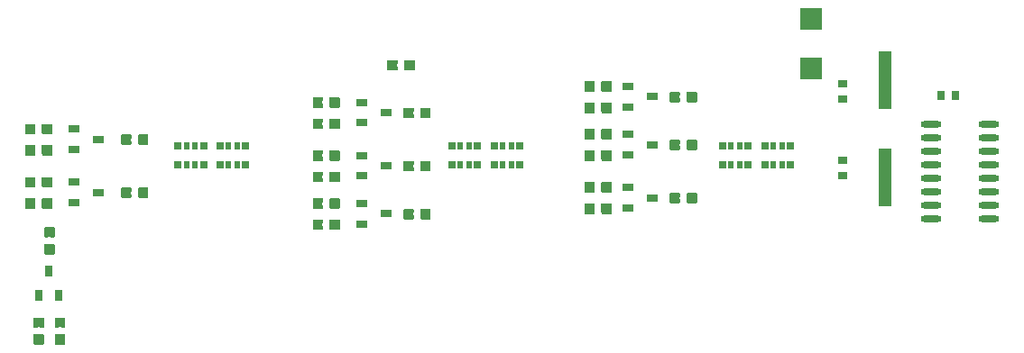
<source format=gbr>
%TF.GenerationSoftware,KiCad,Pcbnew,8.0.7-8.0.7-0~ubuntu24.04.1*%
%TF.CreationDate,2025-01-05T15:57:20-05:00*%
%TF.ProjectId,3xHDMI,33784844-4d49-42e6-9b69-6361645f7063,v1*%
%TF.SameCoordinates,Original*%
%TF.FileFunction,Paste,Bot*%
%TF.FilePolarity,Positive*%
%FSLAX46Y46*%
G04 Gerber Fmt 4.6, Leading zero omitted, Abs format (unit mm)*
G04 Created by KiCad (PCBNEW 8.0.7-8.0.7-0~ubuntu24.04.1) date 2025-01-05 15:57:20*
%MOMM*%
%LPD*%
G01*
G04 APERTURE LIST*
%ADD10C,0.120000*%
%ADD11R,0.806000X0.864000*%
%ADD12O,1.971000X0.602000*%
%ADD13R,1.000000X0.800000*%
%ADD14R,0.650000X0.800000*%
%ADD15R,0.500000X0.800000*%
%ADD16R,0.800000X0.900000*%
%ADD17R,0.800000X1.000000*%
%ADD18R,0.900000X0.800000*%
%ADD19R,0.864000X0.806000*%
%ADD20R,2.000000X2.000000*%
%ADD21R,1.300000X5.500000*%
G04 APERTURE END LIST*
D10*
%TO.C,R21*%
X34645000Y-15600000D02*
X34645000Y-15842000D01*
X34265000Y-15842000D01*
X34265000Y-16172000D01*
X34645000Y-16172000D01*
X34645000Y-16400000D01*
X34595000Y-16450000D01*
X33805000Y-16450000D01*
X33755000Y-16400000D01*
X33755000Y-15600000D01*
X33805000Y-15550000D01*
X34595000Y-15550000D01*
X34645000Y-15600000D01*
G36*
X34645000Y-15600000D02*
G01*
X34645000Y-15842000D01*
X34265000Y-15842000D01*
X34265000Y-16172000D01*
X34645000Y-16172000D01*
X34645000Y-16400000D01*
X34595000Y-16450000D01*
X33805000Y-16450000D01*
X33755000Y-16400000D01*
X33755000Y-15600000D01*
X33805000Y-15550000D01*
X34595000Y-15550000D01*
X34645000Y-15600000D01*
G37*
X36245000Y-15600000D02*
X36245000Y-16400000D01*
X36195000Y-16450000D01*
X35395000Y-16450000D01*
X35345000Y-16400000D01*
X35345000Y-16172000D01*
X35715000Y-16172000D01*
X35715000Y-15842000D01*
X35345000Y-15842000D01*
X35345000Y-15600000D01*
X35395000Y-15550000D01*
X36195000Y-15550000D01*
X36245000Y-15600000D01*
G36*
X36245000Y-15600000D02*
G01*
X36245000Y-16400000D01*
X36195000Y-16450000D01*
X35395000Y-16450000D01*
X35345000Y-16400000D01*
X35345000Y-16172000D01*
X35715000Y-16172000D01*
X35715000Y-15842000D01*
X35345000Y-15842000D01*
X35345000Y-15600000D01*
X35395000Y-15550000D01*
X36195000Y-15550000D01*
X36245000Y-15600000D01*
G37*
%TO.C,R23*%
X34645000Y-12600000D02*
X34645000Y-12842000D01*
X34265000Y-12842000D01*
X34265000Y-13172000D01*
X34645000Y-13172000D01*
X34645000Y-13400000D01*
X34595000Y-13450000D01*
X33805000Y-13450000D01*
X33755000Y-13400000D01*
X33755000Y-12600000D01*
X33805000Y-12550000D01*
X34595000Y-12550000D01*
X34645000Y-12600000D01*
G36*
X34645000Y-12600000D02*
G01*
X34645000Y-12842000D01*
X34265000Y-12842000D01*
X34265000Y-13172000D01*
X34645000Y-13172000D01*
X34645000Y-13400000D01*
X34595000Y-13450000D01*
X33805000Y-13450000D01*
X33755000Y-13400000D01*
X33755000Y-12600000D01*
X33805000Y-12550000D01*
X34595000Y-12550000D01*
X34645000Y-12600000D01*
G37*
X36245000Y-12600000D02*
X36245000Y-13400000D01*
X36195000Y-13450000D01*
X35395000Y-13450000D01*
X35345000Y-13400000D01*
X35345000Y-13172000D01*
X35715000Y-13172000D01*
X35715000Y-12842000D01*
X35345000Y-12842000D01*
X35345000Y-12600000D01*
X35395000Y-12550000D01*
X36195000Y-12550000D01*
X36245000Y-12600000D01*
G36*
X36245000Y-12600000D02*
G01*
X36245000Y-13400000D01*
X36195000Y-13450000D01*
X35395000Y-13450000D01*
X35345000Y-13400000D01*
X35345000Y-13172000D01*
X35715000Y-13172000D01*
X35715000Y-12842000D01*
X35345000Y-12842000D01*
X35345000Y-12600000D01*
X35395000Y-12550000D01*
X36195000Y-12550000D01*
X36245000Y-12600000D01*
G37*
%TO.C,R32*%
X7645000Y-13100000D02*
X7645000Y-13342000D01*
X7265000Y-13342000D01*
X7265000Y-13672000D01*
X7645000Y-13672000D01*
X7645000Y-13900000D01*
X7595000Y-13950000D01*
X6805000Y-13950000D01*
X6755000Y-13900000D01*
X6755000Y-13100000D01*
X6805000Y-13050000D01*
X7595000Y-13050000D01*
X7645000Y-13100000D01*
G36*
X7645000Y-13100000D02*
G01*
X7645000Y-13342000D01*
X7265000Y-13342000D01*
X7265000Y-13672000D01*
X7645000Y-13672000D01*
X7645000Y-13900000D01*
X7595000Y-13950000D01*
X6805000Y-13950000D01*
X6755000Y-13900000D01*
X6755000Y-13100000D01*
X6805000Y-13050000D01*
X7595000Y-13050000D01*
X7645000Y-13100000D01*
G37*
X9245000Y-13100000D02*
X9245000Y-13900000D01*
X9195000Y-13950000D01*
X8395000Y-13950000D01*
X8345000Y-13900000D01*
X8345000Y-13672000D01*
X8715000Y-13672000D01*
X8715000Y-13342000D01*
X8345000Y-13342000D01*
X8345000Y-13100000D01*
X8395000Y-13050000D01*
X9195000Y-13050000D01*
X9245000Y-13100000D01*
G36*
X9245000Y-13100000D02*
G01*
X9245000Y-13900000D01*
X9195000Y-13950000D01*
X8395000Y-13950000D01*
X8345000Y-13900000D01*
X8345000Y-13672000D01*
X8715000Y-13672000D01*
X8715000Y-13342000D01*
X8345000Y-13342000D01*
X8345000Y-13100000D01*
X8395000Y-13050000D01*
X9195000Y-13050000D01*
X9245000Y-13100000D01*
G37*
%TO.C,R12*%
X60145000Y-13600000D02*
X60145000Y-13842000D01*
X59765000Y-13842000D01*
X59765000Y-14172000D01*
X60145000Y-14172000D01*
X60145000Y-14400000D01*
X60095000Y-14450000D01*
X59305000Y-14450000D01*
X59255000Y-14400000D01*
X59255000Y-13600000D01*
X59305000Y-13550000D01*
X60095000Y-13550000D01*
X60145000Y-13600000D01*
G36*
X60145000Y-13600000D02*
G01*
X60145000Y-13842000D01*
X59765000Y-13842000D01*
X59765000Y-14172000D01*
X60145000Y-14172000D01*
X60145000Y-14400000D01*
X60095000Y-14450000D01*
X59305000Y-14450000D01*
X59255000Y-14400000D01*
X59255000Y-13600000D01*
X59305000Y-13550000D01*
X60095000Y-13550000D01*
X60145000Y-13600000D01*
G37*
X61745000Y-13600000D02*
X61745000Y-14400000D01*
X61695000Y-14450000D01*
X60895000Y-14450000D01*
X60845000Y-14400000D01*
X60845000Y-14172000D01*
X61215000Y-14172000D01*
X61215000Y-13842000D01*
X60845000Y-13842000D01*
X60845000Y-13600000D01*
X60895000Y-13550000D01*
X61695000Y-13550000D01*
X61745000Y-13600000D01*
G36*
X61745000Y-13600000D02*
G01*
X61745000Y-14400000D01*
X61695000Y-14450000D01*
X60895000Y-14450000D01*
X60845000Y-14400000D01*
X60845000Y-14172000D01*
X61215000Y-14172000D01*
X61215000Y-13842000D01*
X60845000Y-13842000D01*
X60845000Y-13600000D01*
X60895000Y-13550000D01*
X61695000Y-13550000D01*
X61745000Y-13600000D01*
G37*
%TO.C,R5*%
X41655000Y-7100000D02*
X41655000Y-7328000D01*
X41285000Y-7328000D01*
X41285000Y-7658000D01*
X41655000Y-7658000D01*
X41655000Y-7900000D01*
X41605000Y-7950000D01*
X40805000Y-7950000D01*
X40755000Y-7900000D01*
X40755000Y-7100000D01*
X40805000Y-7050000D01*
X41605000Y-7050000D01*
X41655000Y-7100000D01*
G36*
X41655000Y-7100000D02*
G01*
X41655000Y-7328000D01*
X41285000Y-7328000D01*
X41285000Y-7658000D01*
X41655000Y-7658000D01*
X41655000Y-7900000D01*
X41605000Y-7950000D01*
X40805000Y-7950000D01*
X40755000Y-7900000D01*
X40755000Y-7100000D01*
X40805000Y-7050000D01*
X41605000Y-7050000D01*
X41655000Y-7100000D01*
G37*
X43245000Y-7100000D02*
X43245000Y-7900000D01*
X43195000Y-7950000D01*
X42405000Y-7950000D01*
X42355000Y-7900000D01*
X42355000Y-7658000D01*
X42735000Y-7658000D01*
X42735000Y-7328000D01*
X42355000Y-7328000D01*
X42355000Y-7100000D01*
X42405000Y-7050000D01*
X43195000Y-7050000D01*
X43245000Y-7100000D01*
G36*
X43245000Y-7100000D02*
G01*
X43245000Y-7900000D01*
X43195000Y-7950000D01*
X42405000Y-7950000D01*
X42355000Y-7900000D01*
X42355000Y-7658000D01*
X42735000Y-7658000D01*
X42735000Y-7328000D01*
X42355000Y-7328000D01*
X42355000Y-7100000D01*
X42405000Y-7050000D01*
X43195000Y-7050000D01*
X43245000Y-7100000D01*
G37*
%TO.C,R31*%
X7645000Y-15100000D02*
X7645000Y-15342000D01*
X7265000Y-15342000D01*
X7265000Y-15672000D01*
X7645000Y-15672000D01*
X7645000Y-15900000D01*
X7595000Y-15950000D01*
X6805000Y-15950000D01*
X6755000Y-15900000D01*
X6755000Y-15100000D01*
X6805000Y-15050000D01*
X7595000Y-15050000D01*
X7645000Y-15100000D01*
G36*
X7645000Y-15100000D02*
G01*
X7645000Y-15342000D01*
X7265000Y-15342000D01*
X7265000Y-15672000D01*
X7645000Y-15672000D01*
X7645000Y-15900000D01*
X7595000Y-15950000D01*
X6805000Y-15950000D01*
X6755000Y-15900000D01*
X6755000Y-15100000D01*
X6805000Y-15050000D01*
X7595000Y-15050000D01*
X7645000Y-15100000D01*
G37*
X9245000Y-15100000D02*
X9245000Y-15900000D01*
X9195000Y-15950000D01*
X8395000Y-15950000D01*
X8345000Y-15900000D01*
X8345000Y-15672000D01*
X8715000Y-15672000D01*
X8715000Y-15342000D01*
X8345000Y-15342000D01*
X8345000Y-15100000D01*
X8395000Y-15050000D01*
X9195000Y-15050000D01*
X9245000Y-15100000D01*
G36*
X9245000Y-15100000D02*
G01*
X9245000Y-15900000D01*
X9195000Y-15950000D01*
X8395000Y-15950000D01*
X8345000Y-15900000D01*
X8345000Y-15672000D01*
X8715000Y-15672000D01*
X8715000Y-15342000D01*
X8345000Y-15342000D01*
X8345000Y-15100000D01*
X8395000Y-15050000D01*
X9195000Y-15050000D01*
X9245000Y-15100000D01*
G37*
%TO.C,R16*%
X60145000Y-9100000D02*
X60145000Y-9342000D01*
X59765000Y-9342000D01*
X59765000Y-9672000D01*
X60145000Y-9672000D01*
X60145000Y-9900000D01*
X60095000Y-9950000D01*
X59305000Y-9950000D01*
X59255000Y-9900000D01*
X59255000Y-9100000D01*
X59305000Y-9050000D01*
X60095000Y-9050000D01*
X60145000Y-9100000D01*
G36*
X60145000Y-9100000D02*
G01*
X60145000Y-9342000D01*
X59765000Y-9342000D01*
X59765000Y-9672000D01*
X60145000Y-9672000D01*
X60145000Y-9900000D01*
X60095000Y-9950000D01*
X59305000Y-9950000D01*
X59255000Y-9900000D01*
X59255000Y-9100000D01*
X59305000Y-9050000D01*
X60095000Y-9050000D01*
X60145000Y-9100000D01*
G37*
X61745000Y-9100000D02*
X61745000Y-9900000D01*
X61695000Y-9950000D01*
X60895000Y-9950000D01*
X60845000Y-9900000D01*
X60845000Y-9672000D01*
X61215000Y-9672000D01*
X61215000Y-9342000D01*
X60845000Y-9342000D01*
X60845000Y-9100000D01*
X60895000Y-9050000D01*
X61695000Y-9050000D01*
X61745000Y-9100000D01*
G36*
X61745000Y-9100000D02*
G01*
X61745000Y-9900000D01*
X61695000Y-9950000D01*
X60895000Y-9950000D01*
X60845000Y-9900000D01*
X60845000Y-9672000D01*
X61215000Y-9672000D01*
X61215000Y-9342000D01*
X60845000Y-9342000D01*
X60845000Y-9100000D01*
X60895000Y-9050000D01*
X61695000Y-9050000D01*
X61745000Y-9100000D01*
G37*
%TO.C,R24*%
X34645000Y-10600000D02*
X34645000Y-10842000D01*
X34265000Y-10842000D01*
X34265000Y-11172000D01*
X34645000Y-11172000D01*
X34645000Y-11400000D01*
X34595000Y-11450000D01*
X33805000Y-11450000D01*
X33755000Y-11400000D01*
X33755000Y-10600000D01*
X33805000Y-10550000D01*
X34595000Y-10550000D01*
X34645000Y-10600000D01*
G36*
X34645000Y-10600000D02*
G01*
X34645000Y-10842000D01*
X34265000Y-10842000D01*
X34265000Y-11172000D01*
X34645000Y-11172000D01*
X34645000Y-11400000D01*
X34595000Y-11450000D01*
X33805000Y-11450000D01*
X33755000Y-11400000D01*
X33755000Y-10600000D01*
X33805000Y-10550000D01*
X34595000Y-10550000D01*
X34645000Y-10600000D01*
G37*
X36245000Y-10600000D02*
X36245000Y-11400000D01*
X36195000Y-11450000D01*
X35395000Y-11450000D01*
X35345000Y-11400000D01*
X35345000Y-11172000D01*
X35715000Y-11172000D01*
X35715000Y-10842000D01*
X35345000Y-10842000D01*
X35345000Y-10600000D01*
X35395000Y-10550000D01*
X36195000Y-10550000D01*
X36245000Y-10600000D01*
G36*
X36245000Y-10600000D02*
G01*
X36245000Y-11400000D01*
X36195000Y-11450000D01*
X35395000Y-11450000D01*
X35345000Y-11400000D01*
X35345000Y-11172000D01*
X35715000Y-11172000D01*
X35715000Y-10842000D01*
X35345000Y-10842000D01*
X35345000Y-10600000D01*
X35395000Y-10550000D01*
X36195000Y-10550000D01*
X36245000Y-10600000D01*
G37*
%TO.C,R45*%
X8828000Y-24715000D02*
X9158000Y-24715000D01*
X9158000Y-24345000D01*
X9400000Y-24345000D01*
X9450000Y-24395000D01*
X9450000Y-25195000D01*
X9400000Y-25245000D01*
X8600000Y-25245000D01*
X8550000Y-25195000D01*
X8550000Y-24395000D01*
X8600000Y-24345000D01*
X8828000Y-24345000D01*
X8828000Y-24715000D01*
G36*
X8828000Y-24715000D02*
G01*
X9158000Y-24715000D01*
X9158000Y-24345000D01*
X9400000Y-24345000D01*
X9450000Y-24395000D01*
X9450000Y-25195000D01*
X9400000Y-25245000D01*
X8600000Y-25245000D01*
X8550000Y-25195000D01*
X8550000Y-24395000D01*
X8600000Y-24345000D01*
X8828000Y-24345000D01*
X8828000Y-24715000D01*
G37*
X9450000Y-22805000D02*
X9450000Y-23595000D01*
X9400000Y-23645000D01*
X9158000Y-23645000D01*
X9158000Y-23265000D01*
X8828000Y-23265000D01*
X8828000Y-23645000D01*
X8600000Y-23645000D01*
X8550000Y-23595000D01*
X8550000Y-22805000D01*
X8600000Y-22755000D01*
X9400000Y-22755000D01*
X9450000Y-22805000D01*
G36*
X9450000Y-22805000D02*
G01*
X9450000Y-23595000D01*
X9400000Y-23645000D01*
X9158000Y-23645000D01*
X9158000Y-23265000D01*
X8828000Y-23265000D01*
X8828000Y-23645000D01*
X8600000Y-23645000D01*
X8550000Y-23595000D01*
X8550000Y-22805000D01*
X8600000Y-22755000D01*
X9400000Y-22755000D01*
X9450000Y-22805000D01*
G37*
%TO.C,R25*%
X43155000Y-11600000D02*
X43155000Y-11828000D01*
X42785000Y-11828000D01*
X42785000Y-12158000D01*
X43155000Y-12158000D01*
X43155000Y-12400000D01*
X43105000Y-12450000D01*
X42305000Y-12450000D01*
X42255000Y-12400000D01*
X42255000Y-11600000D01*
X42305000Y-11550000D01*
X43105000Y-11550000D01*
X43155000Y-11600000D01*
G36*
X43155000Y-11600000D02*
G01*
X43155000Y-11828000D01*
X42785000Y-11828000D01*
X42785000Y-12158000D01*
X43155000Y-12158000D01*
X43155000Y-12400000D01*
X43105000Y-12450000D01*
X42305000Y-12450000D01*
X42255000Y-12400000D01*
X42255000Y-11600000D01*
X42305000Y-11550000D01*
X43105000Y-11550000D01*
X43155000Y-11600000D01*
G37*
X44745000Y-11600000D02*
X44745000Y-12400000D01*
X44695000Y-12450000D01*
X43905000Y-12450000D01*
X43855000Y-12400000D01*
X43855000Y-12158000D01*
X44235000Y-12158000D01*
X44235000Y-11828000D01*
X43855000Y-11828000D01*
X43855000Y-11600000D01*
X43905000Y-11550000D01*
X44695000Y-11550000D01*
X44745000Y-11600000D01*
G36*
X44745000Y-11600000D02*
G01*
X44745000Y-12400000D01*
X44695000Y-12450000D01*
X43905000Y-12450000D01*
X43855000Y-12400000D01*
X43855000Y-12158000D01*
X44235000Y-12158000D01*
X44235000Y-11828000D01*
X43855000Y-11828000D01*
X43855000Y-11600000D01*
X43905000Y-11550000D01*
X44695000Y-11550000D01*
X44745000Y-11600000D01*
G37*
%TO.C,R9*%
X60145000Y-20600000D02*
X60145000Y-20842000D01*
X59765000Y-20842000D01*
X59765000Y-21172000D01*
X60145000Y-21172000D01*
X60145000Y-21400000D01*
X60095000Y-21450000D01*
X59305000Y-21450000D01*
X59255000Y-21400000D01*
X59255000Y-20600000D01*
X59305000Y-20550000D01*
X60095000Y-20550000D01*
X60145000Y-20600000D01*
G36*
X60145000Y-20600000D02*
G01*
X60145000Y-20842000D01*
X59765000Y-20842000D01*
X59765000Y-21172000D01*
X60145000Y-21172000D01*
X60145000Y-21400000D01*
X60095000Y-21450000D01*
X59305000Y-21450000D01*
X59255000Y-21400000D01*
X59255000Y-20600000D01*
X59305000Y-20550000D01*
X60095000Y-20550000D01*
X60145000Y-20600000D01*
G37*
X61745000Y-20600000D02*
X61745000Y-21400000D01*
X61695000Y-21450000D01*
X60895000Y-21450000D01*
X60845000Y-21400000D01*
X60845000Y-21172000D01*
X61215000Y-21172000D01*
X61215000Y-20842000D01*
X60845000Y-20842000D01*
X60845000Y-20600000D01*
X60895000Y-20550000D01*
X61695000Y-20550000D01*
X61745000Y-20600000D01*
G36*
X61745000Y-20600000D02*
G01*
X61745000Y-21400000D01*
X61695000Y-21450000D01*
X60895000Y-21450000D01*
X60845000Y-21400000D01*
X60845000Y-21172000D01*
X61215000Y-21172000D01*
X61215000Y-20842000D01*
X60845000Y-20842000D01*
X60845000Y-20600000D01*
X60895000Y-20550000D01*
X61695000Y-20550000D01*
X61745000Y-20600000D01*
G37*
%TO.C,R20*%
X34645000Y-17600000D02*
X34645000Y-17842000D01*
X34265000Y-17842000D01*
X34265000Y-18172000D01*
X34645000Y-18172000D01*
X34645000Y-18400000D01*
X34595000Y-18450000D01*
X33805000Y-18450000D01*
X33755000Y-18400000D01*
X33755000Y-17600000D01*
X33805000Y-17550000D01*
X34595000Y-17550000D01*
X34645000Y-17600000D01*
G36*
X34645000Y-17600000D02*
G01*
X34645000Y-17842000D01*
X34265000Y-17842000D01*
X34265000Y-18172000D01*
X34645000Y-18172000D01*
X34645000Y-18400000D01*
X34595000Y-18450000D01*
X33805000Y-18450000D01*
X33755000Y-18400000D01*
X33755000Y-17600000D01*
X33805000Y-17550000D01*
X34595000Y-17550000D01*
X34645000Y-17600000D01*
G37*
X36245000Y-17600000D02*
X36245000Y-18400000D01*
X36195000Y-18450000D01*
X35395000Y-18450000D01*
X35345000Y-18400000D01*
X35345000Y-18172000D01*
X35715000Y-18172000D01*
X35715000Y-17842000D01*
X35345000Y-17842000D01*
X35345000Y-17600000D01*
X35395000Y-17550000D01*
X36195000Y-17550000D01*
X36245000Y-17600000D01*
G36*
X36245000Y-17600000D02*
G01*
X36245000Y-18400000D01*
X36195000Y-18450000D01*
X35395000Y-18450000D01*
X35345000Y-18400000D01*
X35345000Y-18172000D01*
X35715000Y-18172000D01*
X35715000Y-17842000D01*
X35345000Y-17842000D01*
X35345000Y-17600000D01*
X35395000Y-17550000D01*
X36195000Y-17550000D01*
X36245000Y-17600000D01*
G37*
%TO.C,R41*%
X34645000Y-20100000D02*
X34645000Y-20342000D01*
X34265000Y-20342000D01*
X34265000Y-20672000D01*
X34645000Y-20672000D01*
X34645000Y-20900000D01*
X34595000Y-20950000D01*
X33805000Y-20950000D01*
X33755000Y-20900000D01*
X33755000Y-20100000D01*
X33805000Y-20050000D01*
X34595000Y-20050000D01*
X34645000Y-20100000D01*
G36*
X34645000Y-20100000D02*
G01*
X34645000Y-20342000D01*
X34265000Y-20342000D01*
X34265000Y-20672000D01*
X34645000Y-20672000D01*
X34645000Y-20900000D01*
X34595000Y-20950000D01*
X33805000Y-20950000D01*
X33755000Y-20900000D01*
X33755000Y-20100000D01*
X33805000Y-20050000D01*
X34595000Y-20050000D01*
X34645000Y-20100000D01*
G37*
X36245000Y-20100000D02*
X36245000Y-20900000D01*
X36195000Y-20950000D01*
X35395000Y-20950000D01*
X35345000Y-20900000D01*
X35345000Y-20672000D01*
X35715000Y-20672000D01*
X35715000Y-20342000D01*
X35345000Y-20342000D01*
X35345000Y-20100000D01*
X35395000Y-20050000D01*
X36195000Y-20050000D01*
X36245000Y-20100000D01*
G36*
X36245000Y-20100000D02*
G01*
X36245000Y-20900000D01*
X36195000Y-20950000D01*
X35395000Y-20950000D01*
X35345000Y-20900000D01*
X35345000Y-20672000D01*
X35715000Y-20672000D01*
X35715000Y-20342000D01*
X35345000Y-20342000D01*
X35345000Y-20100000D01*
X35395000Y-20050000D01*
X36195000Y-20050000D01*
X36245000Y-20100000D01*
G37*
%TO.C,R11*%
X60145000Y-15600000D02*
X60145000Y-15842000D01*
X59765000Y-15842000D01*
X59765000Y-16172000D01*
X60145000Y-16172000D01*
X60145000Y-16400000D01*
X60095000Y-16450000D01*
X59305000Y-16450000D01*
X59255000Y-16400000D01*
X59255000Y-15600000D01*
X59305000Y-15550000D01*
X60095000Y-15550000D01*
X60145000Y-15600000D01*
G36*
X60145000Y-15600000D02*
G01*
X60145000Y-15842000D01*
X59765000Y-15842000D01*
X59765000Y-16172000D01*
X60145000Y-16172000D01*
X60145000Y-16400000D01*
X60095000Y-16450000D01*
X59305000Y-16450000D01*
X59255000Y-16400000D01*
X59255000Y-15600000D01*
X59305000Y-15550000D01*
X60095000Y-15550000D01*
X60145000Y-15600000D01*
G37*
X61745000Y-15600000D02*
X61745000Y-16400000D01*
X61695000Y-16450000D01*
X60895000Y-16450000D01*
X60845000Y-16400000D01*
X60845000Y-16172000D01*
X61215000Y-16172000D01*
X61215000Y-15842000D01*
X60845000Y-15842000D01*
X60845000Y-15600000D01*
X60895000Y-15550000D01*
X61695000Y-15550000D01*
X61745000Y-15600000D01*
G36*
X61745000Y-15600000D02*
G01*
X61745000Y-16400000D01*
X61695000Y-16450000D01*
X60895000Y-16450000D01*
X60845000Y-16400000D01*
X60845000Y-16172000D01*
X61215000Y-16172000D01*
X61215000Y-15842000D01*
X60845000Y-15842000D01*
X60845000Y-15600000D01*
X60895000Y-15550000D01*
X61695000Y-15550000D01*
X61745000Y-15600000D01*
G37*
%TO.C,R29*%
X7645000Y-18100000D02*
X7645000Y-18342000D01*
X7265000Y-18342000D01*
X7265000Y-18672000D01*
X7645000Y-18672000D01*
X7645000Y-18900000D01*
X7595000Y-18950000D01*
X6805000Y-18950000D01*
X6755000Y-18900000D01*
X6755000Y-18100000D01*
X6805000Y-18050000D01*
X7595000Y-18050000D01*
X7645000Y-18100000D01*
G36*
X7645000Y-18100000D02*
G01*
X7645000Y-18342000D01*
X7265000Y-18342000D01*
X7265000Y-18672000D01*
X7645000Y-18672000D01*
X7645000Y-18900000D01*
X7595000Y-18950000D01*
X6805000Y-18950000D01*
X6755000Y-18900000D01*
X6755000Y-18100000D01*
X6805000Y-18050000D01*
X7595000Y-18050000D01*
X7645000Y-18100000D01*
G37*
X9245000Y-18100000D02*
X9245000Y-18900000D01*
X9195000Y-18950000D01*
X8395000Y-18950000D01*
X8345000Y-18900000D01*
X8345000Y-18672000D01*
X8715000Y-18672000D01*
X8715000Y-18342000D01*
X8345000Y-18342000D01*
X8345000Y-18100000D01*
X8395000Y-18050000D01*
X9195000Y-18050000D01*
X9245000Y-18100000D01*
G36*
X9245000Y-18100000D02*
G01*
X9245000Y-18900000D01*
X9195000Y-18950000D01*
X8395000Y-18950000D01*
X8345000Y-18900000D01*
X8345000Y-18672000D01*
X8715000Y-18672000D01*
X8715000Y-18342000D01*
X8345000Y-18342000D01*
X8345000Y-18100000D01*
X8395000Y-18050000D01*
X9195000Y-18050000D01*
X9245000Y-18100000D01*
G37*
%TO.C,R14*%
X68155000Y-14600000D02*
X68155000Y-14828000D01*
X67785000Y-14828000D01*
X67785000Y-15158000D01*
X68155000Y-15158000D01*
X68155000Y-15400000D01*
X68105000Y-15450000D01*
X67305000Y-15450000D01*
X67255000Y-15400000D01*
X67255000Y-14600000D01*
X67305000Y-14550000D01*
X68105000Y-14550000D01*
X68155000Y-14600000D01*
G36*
X68155000Y-14600000D02*
G01*
X68155000Y-14828000D01*
X67785000Y-14828000D01*
X67785000Y-15158000D01*
X68155000Y-15158000D01*
X68155000Y-15400000D01*
X68105000Y-15450000D01*
X67305000Y-15450000D01*
X67255000Y-15400000D01*
X67255000Y-14600000D01*
X67305000Y-14550000D01*
X68105000Y-14550000D01*
X68155000Y-14600000D01*
G37*
X69745000Y-14600000D02*
X69745000Y-15400000D01*
X69695000Y-15450000D01*
X68905000Y-15450000D01*
X68855000Y-15400000D01*
X68855000Y-15158000D01*
X69235000Y-15158000D01*
X69235000Y-14828000D01*
X68855000Y-14828000D01*
X68855000Y-14600000D01*
X68905000Y-14550000D01*
X69695000Y-14550000D01*
X69745000Y-14600000D01*
G36*
X69745000Y-14600000D02*
G01*
X69745000Y-15400000D01*
X69695000Y-15450000D01*
X68905000Y-15450000D01*
X68855000Y-15400000D01*
X68855000Y-15158000D01*
X69235000Y-15158000D01*
X69235000Y-14828000D01*
X68855000Y-14828000D01*
X68855000Y-14600000D01*
X68905000Y-14550000D01*
X69695000Y-14550000D01*
X69745000Y-14600000D01*
G37*
%TO.C,R33*%
X16655000Y-14100000D02*
X16655000Y-14328000D01*
X16285000Y-14328000D01*
X16285000Y-14658000D01*
X16655000Y-14658000D01*
X16655000Y-14900000D01*
X16605000Y-14950000D01*
X15805000Y-14950000D01*
X15755000Y-14900000D01*
X15755000Y-14100000D01*
X15805000Y-14050000D01*
X16605000Y-14050000D01*
X16655000Y-14100000D01*
G36*
X16655000Y-14100000D02*
G01*
X16655000Y-14328000D01*
X16285000Y-14328000D01*
X16285000Y-14658000D01*
X16655000Y-14658000D01*
X16655000Y-14900000D01*
X16605000Y-14950000D01*
X15805000Y-14950000D01*
X15755000Y-14900000D01*
X15755000Y-14100000D01*
X15805000Y-14050000D01*
X16605000Y-14050000D01*
X16655000Y-14100000D01*
G37*
X18245000Y-14100000D02*
X18245000Y-14900000D01*
X18195000Y-14950000D01*
X17405000Y-14950000D01*
X17355000Y-14900000D01*
X17355000Y-14658000D01*
X17735000Y-14658000D01*
X17735000Y-14328000D01*
X17355000Y-14328000D01*
X17355000Y-14100000D01*
X17405000Y-14050000D01*
X18195000Y-14050000D01*
X18245000Y-14100000D01*
G36*
X18245000Y-14100000D02*
G01*
X18245000Y-14900000D01*
X18195000Y-14950000D01*
X17405000Y-14950000D01*
X17355000Y-14900000D01*
X17355000Y-14658000D01*
X17735000Y-14658000D01*
X17735000Y-14328000D01*
X17355000Y-14328000D01*
X17355000Y-14100000D01*
X17405000Y-14050000D01*
X18195000Y-14050000D01*
X18245000Y-14100000D01*
G37*
%TO.C,R30*%
X16655000Y-19100000D02*
X16655000Y-19328000D01*
X16285000Y-19328000D01*
X16285000Y-19658000D01*
X16655000Y-19658000D01*
X16655000Y-19900000D01*
X16605000Y-19950000D01*
X15805000Y-19950000D01*
X15755000Y-19900000D01*
X15755000Y-19100000D01*
X15805000Y-19050000D01*
X16605000Y-19050000D01*
X16655000Y-19100000D01*
G36*
X16655000Y-19100000D02*
G01*
X16655000Y-19328000D01*
X16285000Y-19328000D01*
X16285000Y-19658000D01*
X16655000Y-19658000D01*
X16655000Y-19900000D01*
X16605000Y-19950000D01*
X15805000Y-19950000D01*
X15755000Y-19900000D01*
X15755000Y-19100000D01*
X15805000Y-19050000D01*
X16605000Y-19050000D01*
X16655000Y-19100000D01*
G37*
X18245000Y-19100000D02*
X18245000Y-19900000D01*
X18195000Y-19950000D01*
X17405000Y-19950000D01*
X17355000Y-19900000D01*
X17355000Y-19658000D01*
X17735000Y-19658000D01*
X17735000Y-19328000D01*
X17355000Y-19328000D01*
X17355000Y-19100000D01*
X17405000Y-19050000D01*
X18195000Y-19050000D01*
X18245000Y-19100000D01*
G36*
X18245000Y-19100000D02*
G01*
X18245000Y-19900000D01*
X18195000Y-19950000D01*
X17405000Y-19950000D01*
X17355000Y-19900000D01*
X17355000Y-19658000D01*
X17735000Y-19658000D01*
X17735000Y-19328000D01*
X17355000Y-19328000D01*
X17355000Y-19100000D01*
X17405000Y-19050000D01*
X18195000Y-19050000D01*
X18245000Y-19100000D01*
G37*
%TO.C,R15*%
X60145000Y-11100000D02*
X60145000Y-11342000D01*
X59765000Y-11342000D01*
X59765000Y-11672000D01*
X60145000Y-11672000D01*
X60145000Y-11900000D01*
X60095000Y-11950000D01*
X59305000Y-11950000D01*
X59255000Y-11900000D01*
X59255000Y-11100000D01*
X59305000Y-11050000D01*
X60095000Y-11050000D01*
X60145000Y-11100000D01*
G36*
X60145000Y-11100000D02*
G01*
X60145000Y-11342000D01*
X59765000Y-11342000D01*
X59765000Y-11672000D01*
X60145000Y-11672000D01*
X60145000Y-11900000D01*
X60095000Y-11950000D01*
X59305000Y-11950000D01*
X59255000Y-11900000D01*
X59255000Y-11100000D01*
X59305000Y-11050000D01*
X60095000Y-11050000D01*
X60145000Y-11100000D01*
G37*
X61745000Y-11100000D02*
X61745000Y-11900000D01*
X61695000Y-11950000D01*
X60895000Y-11950000D01*
X60845000Y-11900000D01*
X60845000Y-11672000D01*
X61215000Y-11672000D01*
X61215000Y-11342000D01*
X60845000Y-11342000D01*
X60845000Y-11100000D01*
X60895000Y-11050000D01*
X61695000Y-11050000D01*
X61745000Y-11100000D01*
G36*
X61745000Y-11100000D02*
G01*
X61745000Y-11900000D01*
X61695000Y-11950000D01*
X60895000Y-11950000D01*
X60845000Y-11900000D01*
X60845000Y-11672000D01*
X61215000Y-11672000D01*
X61215000Y-11342000D01*
X60845000Y-11342000D01*
X60845000Y-11100000D01*
X60895000Y-11050000D01*
X61695000Y-11050000D01*
X61745000Y-11100000D01*
G37*
%TO.C,R43*%
X9842000Y-33235000D02*
X10172000Y-33235000D01*
X10172000Y-32855000D01*
X10400000Y-32855000D01*
X10450000Y-32905000D01*
X10450000Y-33695000D01*
X10400000Y-33745000D01*
X9600000Y-33745000D01*
X9550000Y-33695000D01*
X9550000Y-32905000D01*
X9600000Y-32855000D01*
X9842000Y-32855000D01*
X9842000Y-33235000D01*
G36*
X9842000Y-33235000D02*
G01*
X10172000Y-33235000D01*
X10172000Y-32855000D01*
X10400000Y-32855000D01*
X10450000Y-32905000D01*
X10450000Y-33695000D01*
X10400000Y-33745000D01*
X9600000Y-33745000D01*
X9550000Y-33695000D01*
X9550000Y-32905000D01*
X9600000Y-32855000D01*
X9842000Y-32855000D01*
X9842000Y-33235000D01*
G37*
X10450000Y-31305000D02*
X10450000Y-32105000D01*
X10400000Y-32155000D01*
X10172000Y-32155000D01*
X10172000Y-31785000D01*
X9842000Y-31785000D01*
X9842000Y-32155000D01*
X9600000Y-32155000D01*
X9550000Y-32105000D01*
X9550000Y-31305000D01*
X9600000Y-31255000D01*
X10400000Y-31255000D01*
X10450000Y-31305000D01*
G36*
X10450000Y-31305000D02*
G01*
X10450000Y-32105000D01*
X10400000Y-32155000D01*
X10172000Y-32155000D01*
X10172000Y-31785000D01*
X9842000Y-31785000D01*
X9842000Y-32155000D01*
X9600000Y-32155000D01*
X9550000Y-32105000D01*
X9550000Y-31305000D01*
X9600000Y-31255000D01*
X10400000Y-31255000D01*
X10450000Y-31305000D01*
G37*
%TO.C,R10*%
X60145000Y-18600000D02*
X60145000Y-18842000D01*
X59765000Y-18842000D01*
X59765000Y-19172000D01*
X60145000Y-19172000D01*
X60145000Y-19400000D01*
X60095000Y-19450000D01*
X59305000Y-19450000D01*
X59255000Y-19400000D01*
X59255000Y-18600000D01*
X59305000Y-18550000D01*
X60095000Y-18550000D01*
X60145000Y-18600000D01*
G36*
X60145000Y-18600000D02*
G01*
X60145000Y-18842000D01*
X59765000Y-18842000D01*
X59765000Y-19172000D01*
X60145000Y-19172000D01*
X60145000Y-19400000D01*
X60095000Y-19450000D01*
X59305000Y-19450000D01*
X59255000Y-19400000D01*
X59255000Y-18600000D01*
X59305000Y-18550000D01*
X60095000Y-18550000D01*
X60145000Y-18600000D01*
G37*
X61745000Y-18600000D02*
X61745000Y-19400000D01*
X61695000Y-19450000D01*
X60895000Y-19450000D01*
X60845000Y-19400000D01*
X60845000Y-19172000D01*
X61215000Y-19172000D01*
X61215000Y-18842000D01*
X60845000Y-18842000D01*
X60845000Y-18600000D01*
X60895000Y-18550000D01*
X61695000Y-18550000D01*
X61745000Y-18600000D01*
G36*
X61745000Y-18600000D02*
G01*
X61745000Y-19400000D01*
X61695000Y-19450000D01*
X60895000Y-19450000D01*
X60845000Y-19400000D01*
X60845000Y-19172000D01*
X61215000Y-19172000D01*
X61215000Y-18842000D01*
X60845000Y-18842000D01*
X60845000Y-18600000D01*
X60895000Y-18550000D01*
X61695000Y-18550000D01*
X61745000Y-18600000D01*
G37*
%TO.C,R44*%
X7842000Y-33235000D02*
X8172000Y-33235000D01*
X8172000Y-32855000D01*
X8400000Y-32855000D01*
X8450000Y-32905000D01*
X8450000Y-33695000D01*
X8400000Y-33745000D01*
X7600000Y-33745000D01*
X7550000Y-33695000D01*
X7550000Y-32905000D01*
X7600000Y-32855000D01*
X7842000Y-32855000D01*
X7842000Y-33235000D01*
G36*
X7842000Y-33235000D02*
G01*
X8172000Y-33235000D01*
X8172000Y-32855000D01*
X8400000Y-32855000D01*
X8450000Y-32905000D01*
X8450000Y-33695000D01*
X8400000Y-33745000D01*
X7600000Y-33745000D01*
X7550000Y-33695000D01*
X7550000Y-32905000D01*
X7600000Y-32855000D01*
X7842000Y-32855000D01*
X7842000Y-33235000D01*
G37*
X8450000Y-31305000D02*
X8450000Y-32105000D01*
X8400000Y-32155000D01*
X8172000Y-32155000D01*
X8172000Y-31785000D01*
X7842000Y-31785000D01*
X7842000Y-32155000D01*
X7600000Y-32155000D01*
X7550000Y-32105000D01*
X7550000Y-31305000D01*
X7600000Y-31255000D01*
X8400000Y-31255000D01*
X8450000Y-31305000D01*
G36*
X8450000Y-31305000D02*
G01*
X8450000Y-32105000D01*
X8400000Y-32155000D01*
X8172000Y-32155000D01*
X8172000Y-31785000D01*
X7842000Y-31785000D01*
X7842000Y-32155000D01*
X7600000Y-32155000D01*
X7550000Y-32105000D01*
X7550000Y-31305000D01*
X7600000Y-31255000D01*
X8400000Y-31255000D01*
X8450000Y-31305000D01*
G37*
%TO.C,R17*%
X68155000Y-10100000D02*
X68155000Y-10328000D01*
X67785000Y-10328000D01*
X67785000Y-10658000D01*
X68155000Y-10658000D01*
X68155000Y-10900000D01*
X68105000Y-10950000D01*
X67305000Y-10950000D01*
X67255000Y-10900000D01*
X67255000Y-10100000D01*
X67305000Y-10050000D01*
X68105000Y-10050000D01*
X68155000Y-10100000D01*
G36*
X68155000Y-10100000D02*
G01*
X68155000Y-10328000D01*
X67785000Y-10328000D01*
X67785000Y-10658000D01*
X68155000Y-10658000D01*
X68155000Y-10900000D01*
X68105000Y-10950000D01*
X67305000Y-10950000D01*
X67255000Y-10900000D01*
X67255000Y-10100000D01*
X67305000Y-10050000D01*
X68105000Y-10050000D01*
X68155000Y-10100000D01*
G37*
X69745000Y-10100000D02*
X69745000Y-10900000D01*
X69695000Y-10950000D01*
X68905000Y-10950000D01*
X68855000Y-10900000D01*
X68855000Y-10658000D01*
X69235000Y-10658000D01*
X69235000Y-10328000D01*
X68855000Y-10328000D01*
X68855000Y-10100000D01*
X68905000Y-10050000D01*
X69695000Y-10050000D01*
X69745000Y-10100000D01*
G36*
X69745000Y-10100000D02*
G01*
X69745000Y-10900000D01*
X69695000Y-10950000D01*
X68905000Y-10950000D01*
X68855000Y-10900000D01*
X68855000Y-10658000D01*
X69235000Y-10658000D01*
X69235000Y-10328000D01*
X68855000Y-10328000D01*
X68855000Y-10100000D01*
X68905000Y-10050000D01*
X69695000Y-10050000D01*
X69745000Y-10100000D01*
G37*
%TO.C,R39*%
X68155000Y-19600000D02*
X68155000Y-19828000D01*
X67785000Y-19828000D01*
X67785000Y-20158000D01*
X68155000Y-20158000D01*
X68155000Y-20400000D01*
X68105000Y-20450000D01*
X67305000Y-20450000D01*
X67255000Y-20400000D01*
X67255000Y-19600000D01*
X67305000Y-19550000D01*
X68105000Y-19550000D01*
X68155000Y-19600000D01*
G36*
X68155000Y-19600000D02*
G01*
X68155000Y-19828000D01*
X67785000Y-19828000D01*
X67785000Y-20158000D01*
X68155000Y-20158000D01*
X68155000Y-20400000D01*
X68105000Y-20450000D01*
X67305000Y-20450000D01*
X67255000Y-20400000D01*
X67255000Y-19600000D01*
X67305000Y-19550000D01*
X68105000Y-19550000D01*
X68155000Y-19600000D01*
G37*
X69745000Y-19600000D02*
X69745000Y-20400000D01*
X69695000Y-20450000D01*
X68905000Y-20450000D01*
X68855000Y-20400000D01*
X68855000Y-20158000D01*
X69235000Y-20158000D01*
X69235000Y-19828000D01*
X68855000Y-19828000D01*
X68855000Y-19600000D01*
X68905000Y-19550000D01*
X69695000Y-19550000D01*
X69745000Y-19600000D01*
G36*
X69745000Y-19600000D02*
G01*
X69745000Y-20400000D01*
X69695000Y-20450000D01*
X68905000Y-20450000D01*
X68855000Y-20400000D01*
X68855000Y-20158000D01*
X69235000Y-20158000D01*
X69235000Y-19828000D01*
X68855000Y-19828000D01*
X68855000Y-19600000D01*
X68905000Y-19550000D01*
X69695000Y-19550000D01*
X69745000Y-19600000D01*
G37*
%TO.C,R22*%
X43155000Y-16600000D02*
X43155000Y-16828000D01*
X42785000Y-16828000D01*
X42785000Y-17158000D01*
X43155000Y-17158000D01*
X43155000Y-17400000D01*
X43105000Y-17450000D01*
X42305000Y-17450000D01*
X42255000Y-17400000D01*
X42255000Y-16600000D01*
X42305000Y-16550000D01*
X43105000Y-16550000D01*
X43155000Y-16600000D01*
G36*
X43155000Y-16600000D02*
G01*
X43155000Y-16828000D01*
X42785000Y-16828000D01*
X42785000Y-17158000D01*
X43155000Y-17158000D01*
X43155000Y-17400000D01*
X43105000Y-17450000D01*
X42305000Y-17450000D01*
X42255000Y-17400000D01*
X42255000Y-16600000D01*
X42305000Y-16550000D01*
X43105000Y-16550000D01*
X43155000Y-16600000D01*
G37*
X44745000Y-16600000D02*
X44745000Y-17400000D01*
X44695000Y-17450000D01*
X43905000Y-17450000D01*
X43855000Y-17400000D01*
X43855000Y-17158000D01*
X44235000Y-17158000D01*
X44235000Y-16828000D01*
X43855000Y-16828000D01*
X43855000Y-16600000D01*
X43905000Y-16550000D01*
X44695000Y-16550000D01*
X44745000Y-16600000D01*
G36*
X44745000Y-16600000D02*
G01*
X44745000Y-17400000D01*
X44695000Y-17450000D01*
X43905000Y-17450000D01*
X43855000Y-17400000D01*
X43855000Y-17158000D01*
X44235000Y-17158000D01*
X44235000Y-16828000D01*
X43855000Y-16828000D01*
X43855000Y-16600000D01*
X43905000Y-16550000D01*
X44695000Y-16550000D01*
X44745000Y-16600000D01*
G37*
%TO.C,R42*%
X43155000Y-21100000D02*
X43155000Y-21328000D01*
X42785000Y-21328000D01*
X42785000Y-21658000D01*
X43155000Y-21658000D01*
X43155000Y-21900000D01*
X43105000Y-21950000D01*
X42305000Y-21950000D01*
X42255000Y-21900000D01*
X42255000Y-21100000D01*
X42305000Y-21050000D01*
X43105000Y-21050000D01*
X43155000Y-21100000D01*
G36*
X43155000Y-21100000D02*
G01*
X43155000Y-21328000D01*
X42785000Y-21328000D01*
X42785000Y-21658000D01*
X43155000Y-21658000D01*
X43155000Y-21900000D01*
X43105000Y-21950000D01*
X42305000Y-21950000D01*
X42255000Y-21900000D01*
X42255000Y-21100000D01*
X42305000Y-21050000D01*
X43105000Y-21050000D01*
X43155000Y-21100000D01*
G37*
X44745000Y-21100000D02*
X44745000Y-21900000D01*
X44695000Y-21950000D01*
X43905000Y-21950000D01*
X43855000Y-21900000D01*
X43855000Y-21658000D01*
X44235000Y-21658000D01*
X44235000Y-21328000D01*
X43855000Y-21328000D01*
X43855000Y-21100000D01*
X43905000Y-21050000D01*
X44695000Y-21050000D01*
X44745000Y-21100000D01*
G36*
X44745000Y-21100000D02*
G01*
X44745000Y-21900000D01*
X44695000Y-21950000D01*
X43905000Y-21950000D01*
X43855000Y-21900000D01*
X43855000Y-21658000D01*
X44235000Y-21658000D01*
X44235000Y-21328000D01*
X43855000Y-21328000D01*
X43855000Y-21100000D01*
X43905000Y-21050000D01*
X44695000Y-21050000D01*
X44745000Y-21100000D01*
G37*
%TO.C,R40*%
X34645000Y-22100000D02*
X34645000Y-22342000D01*
X34265000Y-22342000D01*
X34265000Y-22672000D01*
X34645000Y-22672000D01*
X34645000Y-22900000D01*
X34595000Y-22950000D01*
X33805000Y-22950000D01*
X33755000Y-22900000D01*
X33755000Y-22100000D01*
X33805000Y-22050000D01*
X34595000Y-22050000D01*
X34645000Y-22100000D01*
G36*
X34645000Y-22100000D02*
G01*
X34645000Y-22342000D01*
X34265000Y-22342000D01*
X34265000Y-22672000D01*
X34645000Y-22672000D01*
X34645000Y-22900000D01*
X34595000Y-22950000D01*
X33805000Y-22950000D01*
X33755000Y-22900000D01*
X33755000Y-22100000D01*
X33805000Y-22050000D01*
X34595000Y-22050000D01*
X34645000Y-22100000D01*
G37*
X36245000Y-22100000D02*
X36245000Y-22900000D01*
X36195000Y-22950000D01*
X35395000Y-22950000D01*
X35345000Y-22900000D01*
X35345000Y-22672000D01*
X35715000Y-22672000D01*
X35715000Y-22342000D01*
X35345000Y-22342000D01*
X35345000Y-22100000D01*
X35395000Y-22050000D01*
X36195000Y-22050000D01*
X36245000Y-22100000D01*
G36*
X36245000Y-22100000D02*
G01*
X36245000Y-22900000D01*
X36195000Y-22950000D01*
X35395000Y-22950000D01*
X35345000Y-22900000D01*
X35345000Y-22672000D01*
X35715000Y-22672000D01*
X35715000Y-22342000D01*
X35345000Y-22342000D01*
X35345000Y-22100000D01*
X35395000Y-22050000D01*
X36195000Y-22050000D01*
X36245000Y-22100000D01*
G37*
%TO.C,R28*%
X7645000Y-20100000D02*
X7645000Y-20342000D01*
X7265000Y-20342000D01*
X7265000Y-20672000D01*
X7645000Y-20672000D01*
X7645000Y-20900000D01*
X7595000Y-20950000D01*
X6805000Y-20950000D01*
X6755000Y-20900000D01*
X6755000Y-20100000D01*
X6805000Y-20050000D01*
X7595000Y-20050000D01*
X7645000Y-20100000D01*
G36*
X7645000Y-20100000D02*
G01*
X7645000Y-20342000D01*
X7265000Y-20342000D01*
X7265000Y-20672000D01*
X7645000Y-20672000D01*
X7645000Y-20900000D01*
X7595000Y-20950000D01*
X6805000Y-20950000D01*
X6755000Y-20900000D01*
X6755000Y-20100000D01*
X6805000Y-20050000D01*
X7595000Y-20050000D01*
X7645000Y-20100000D01*
G37*
X9245000Y-20100000D02*
X9245000Y-20900000D01*
X9195000Y-20950000D01*
X8395000Y-20950000D01*
X8345000Y-20900000D01*
X8345000Y-20672000D01*
X8715000Y-20672000D01*
X8715000Y-20342000D01*
X8345000Y-20342000D01*
X8345000Y-20100000D01*
X8395000Y-20050000D01*
X9195000Y-20050000D01*
X9245000Y-20100000D01*
G36*
X9245000Y-20100000D02*
G01*
X9245000Y-20900000D01*
X9195000Y-20950000D01*
X8395000Y-20950000D01*
X8345000Y-20900000D01*
X8345000Y-20672000D01*
X8715000Y-20672000D01*
X8715000Y-20342000D01*
X8345000Y-20342000D01*
X8345000Y-20100000D01*
X8395000Y-20050000D01*
X9195000Y-20050000D01*
X9245000Y-20100000D01*
G37*
%TD*%
D11*
%TO.C,R21*%
X34247000Y-16000000D03*
X35753000Y-16000000D03*
%TD*%
D12*
%TO.C,U1*%
X91764000Y-21945000D03*
X91764000Y-20675000D03*
X91764000Y-19405000D03*
X91764000Y-18135000D03*
X91764000Y-16865000D03*
X91764000Y-15595000D03*
X91764000Y-14325000D03*
X91764000Y-13055000D03*
X97236000Y-13055000D03*
X97236000Y-14325000D03*
X97236000Y-15595000D03*
X97236000Y-16865000D03*
X97236000Y-18135000D03*
X97236000Y-19405000D03*
X97236000Y-20675000D03*
X97236000Y-21945000D03*
%TD*%
D13*
%TO.C,Q1*%
X63350000Y-15950000D03*
X63350000Y-14050000D03*
X65650000Y-15000000D03*
%TD*%
%TO.C,Q8*%
X38350000Y-22450000D03*
X38350000Y-20550000D03*
X40650000Y-21500000D03*
%TD*%
D14*
%TO.C,RN2*%
X78600000Y-16900000D03*
D15*
X77800000Y-16900000D03*
X77000000Y-16900000D03*
D14*
X76200000Y-16900000D03*
X76200000Y-15100000D03*
D15*
X77000000Y-15100000D03*
X77800000Y-15100000D03*
D14*
X78600000Y-15100000D03*
%TD*%
D11*
%TO.C,R23*%
X34247000Y-13000000D03*
X35753000Y-13000000D03*
%TD*%
%TO.C,R32*%
X7247000Y-13500000D03*
X8753000Y-13500000D03*
%TD*%
%TO.C,R12*%
X59747000Y-14000000D03*
X61253000Y-14000000D03*
%TD*%
%TO.C,R5*%
X42753000Y-7500000D03*
X41247000Y-7500000D03*
%TD*%
%TO.C,R31*%
X7247000Y-15500000D03*
X8753000Y-15500000D03*
%TD*%
%TO.C,R16*%
X59747000Y-9500000D03*
X61253000Y-9500000D03*
%TD*%
D16*
%TO.C,C3*%
X94100000Y-10400000D03*
X92700000Y-10400000D03*
%TD*%
D11*
%TO.C,R24*%
X34247000Y-11000000D03*
X35753000Y-11000000D03*
%TD*%
D14*
%TO.C,RN4*%
X50800000Y-15100000D03*
D15*
X51600000Y-15100000D03*
X52400000Y-15100000D03*
D14*
X53200000Y-15100000D03*
X53200000Y-16900000D03*
D15*
X52400000Y-16900000D03*
X51600000Y-16900000D03*
D14*
X50800000Y-16900000D03*
%TD*%
D17*
%TO.C,Q9*%
X9950000Y-29150000D03*
X8050000Y-29150000D03*
X9000000Y-26850000D03*
%TD*%
D18*
%TO.C,C4*%
X83462500Y-9300000D03*
X83462500Y-10700000D03*
%TD*%
D19*
%TO.C,R45*%
X9000000Y-23247000D03*
X9000000Y-24753000D03*
%TD*%
D20*
%TO.C,D1*%
X80500000Y-7800000D03*
X80500000Y-3200000D03*
%TD*%
D11*
%TO.C,R25*%
X44253000Y-12000000D03*
X42747000Y-12000000D03*
%TD*%
D13*
%TO.C,Q2*%
X63350000Y-11450000D03*
X63350000Y-9550000D03*
X65650000Y-10500000D03*
%TD*%
D11*
%TO.C,R9*%
X59747000Y-21000000D03*
X61253000Y-21000000D03*
%TD*%
%TO.C,R20*%
X34247000Y-18000000D03*
X35753000Y-18000000D03*
%TD*%
D13*
%TO.C,Q7*%
X63350000Y-20950000D03*
X63350000Y-19050000D03*
X65650000Y-20000000D03*
%TD*%
D11*
%TO.C,R41*%
X34247000Y-20500000D03*
X35753000Y-20500000D03*
%TD*%
D14*
%TO.C,RN5*%
X21100000Y-15100000D03*
D15*
X21900000Y-15100000D03*
X22700000Y-15100000D03*
D14*
X23500000Y-15100000D03*
X23500000Y-16900000D03*
D15*
X22700000Y-16900000D03*
X21900000Y-16900000D03*
D14*
X21100000Y-16900000D03*
%TD*%
D11*
%TO.C,R11*%
X59747000Y-16000000D03*
X61253000Y-16000000D03*
%TD*%
%TO.C,R29*%
X7247000Y-18500000D03*
X8753000Y-18500000D03*
%TD*%
D13*
%TO.C,Q5*%
X11350000Y-20450000D03*
X11350000Y-18550000D03*
X13650000Y-19500000D03*
%TD*%
D11*
%TO.C,R14*%
X69253000Y-15000000D03*
X67747000Y-15000000D03*
%TD*%
%TO.C,R33*%
X17753000Y-14500000D03*
X16247000Y-14500000D03*
%TD*%
D18*
%TO.C,C5*%
X83462500Y-17900000D03*
X83462500Y-16500000D03*
%TD*%
D14*
%TO.C,RN6*%
X25050000Y-15100000D03*
D15*
X25850000Y-15100000D03*
X26650000Y-15100000D03*
D14*
X27450000Y-15100000D03*
X27450000Y-16900000D03*
D15*
X26650000Y-16900000D03*
X25850000Y-16900000D03*
D14*
X25050000Y-16900000D03*
%TD*%
%TO.C,RN1*%
X74600000Y-16900000D03*
D15*
X73800000Y-16900000D03*
X73000000Y-16900000D03*
D14*
X72200000Y-16900000D03*
X72200000Y-15100000D03*
D15*
X73000000Y-15100000D03*
X73800000Y-15100000D03*
D14*
X74600000Y-15100000D03*
%TD*%
D11*
%TO.C,R30*%
X17753000Y-19500000D03*
X16247000Y-19500000D03*
%TD*%
D14*
%TO.C,RN3*%
X46800000Y-15100000D03*
D15*
X47600000Y-15100000D03*
X48400000Y-15100000D03*
D14*
X49200000Y-15100000D03*
X49200000Y-16900000D03*
D15*
X48400000Y-16900000D03*
X47600000Y-16900000D03*
D14*
X46800000Y-16900000D03*
%TD*%
D11*
%TO.C,R15*%
X59747000Y-11500000D03*
X61253000Y-11500000D03*
%TD*%
D19*
%TO.C,R43*%
X10000000Y-33253000D03*
X10000000Y-31747000D03*
%TD*%
D11*
%TO.C,R10*%
X59747000Y-19000000D03*
X61253000Y-19000000D03*
%TD*%
D19*
%TO.C,R44*%
X8000000Y-33253000D03*
X8000000Y-31747000D03*
%TD*%
D11*
%TO.C,R17*%
X69253000Y-10500000D03*
X67747000Y-10500000D03*
%TD*%
D21*
%TO.C,X1*%
X87462500Y-18053000D03*
X87462500Y-8947000D03*
%TD*%
D13*
%TO.C,Q3*%
X38350000Y-17950000D03*
X38350000Y-16050000D03*
X40650000Y-17000000D03*
%TD*%
D11*
%TO.C,R39*%
X69253000Y-20000000D03*
X67747000Y-20000000D03*
%TD*%
%TO.C,R22*%
X44253000Y-17000000D03*
X42747000Y-17000000D03*
%TD*%
%TO.C,R42*%
X44253000Y-21500000D03*
X42747000Y-21500000D03*
%TD*%
%TO.C,R40*%
X34247000Y-22500000D03*
X35753000Y-22500000D03*
%TD*%
D13*
%TO.C,Q4*%
X38350000Y-12950000D03*
X38350000Y-11050000D03*
X40650000Y-12000000D03*
%TD*%
D11*
%TO.C,R28*%
X7247000Y-20500000D03*
X8753000Y-20500000D03*
%TD*%
D13*
%TO.C,Q6*%
X11350000Y-15450000D03*
X11350000Y-13550000D03*
X13650000Y-14500000D03*
%TD*%
M02*

</source>
